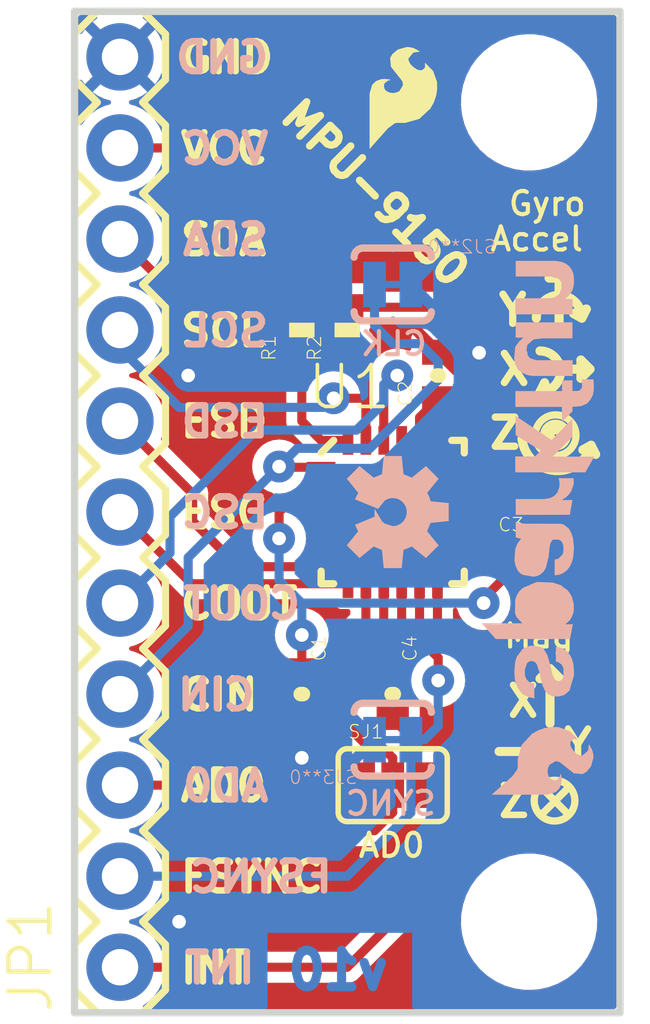
<source format=kicad_pcb>
(kicad_pcb (version 20221018) (generator pcbnew)
  (layers (0 "F.Cu" signal) (31 "B.Cu" signal) (34 "B.Paste" user) (35 "F.Paste" user) (36 "B.SilkS" user "B.Silkscreen") (37 "F.SilkS" user "F.Silkscreen") (38 "B.Mask" user) (39 "F.Mask" user) (44 "Edge.Cuts" user))
  (net 0 "")
  (net 1 "GND")
  (net 2 "VCC")
  (net 3 "SDA")
  (net 4 "SCL")
  (net 5 "INT")
  (net 6 "AD0")
  (net 7 "CLKOUT")
  (net 8 "ESC")
  (net 9 "ESD")
  (net 10 "CLKIN")
  (net 11 "FSYNC")
  (net 12 "N$1")
  (net 13 "N$2")
  (footprint "working:SFE-LOGO-FLAME" (layer "F.Cu") (at 149.1361 94.8436)
    (fp_text reference "JP5" hide)
    (fp_text value "LOGO-SFESK" hide)
  )
  (footprint "working:STAND-OFF" (layer "F.Cu") (at 153.5811 93.5736)
    (fp_text reference "JP2" hide)
    (fp_text value "STAND-OFF" hide)
    (pad "" np_thru_hole circle (at 0 0) (size 3.302 3.302) (drill 3.302) (layers "*.Cu" "*.Mask"))
  )
  (footprint "working:SJ_3_PASTE2&3" (layer "F.Cu") (at 149.7711 112.6236)
    (fp_text reference "SJ1" (at -1.27 -1.27) (layer "F.SilkS") (effects (font (size 0.373888 0.373888) (thickness 0.032512)) (justify left bottom)))
    (fp_text value "")
    (pad "1" smd rect (at -0.8128 0) (size 0.635 1.27) (layers "F.Cu" "F.Mask") (net 2 "VCC"))
    (pad "2" smd rect (at 0 0) (size 0.635 1.27) (layers "F.Cu" "F.Mask") (net 6 "AD0"))
    (pad "3" smd rect (at 0.8128 0) (size 0.635 1.27) (layers "F.Cu" "F.Mask") (net 1 "GND"))
  )
  (footprint "working:0402-CAP" (layer "F.Cu") (at 147.2311 110.0836 -90)
    (fp_text reference "C1" (at -0.889 -0.6985 -90) (layer "F.SilkS") (effects (font (size 0.373888 0.373888) (thickness 0.032512)) (justify left bottom)))
    (fp_text value "0.1uF")
    (pad "1" smd rect (at -0.65 0 270) (size 0.7 0.9) (layers "F.Cu" "F.Paste" "F.Mask") (net 2 "VCC"))
    (pad "2" smd rect (at 0.65 0 270) (size 0.7 0.9) (layers "F.Cu" "F.Paste" "F.Mask") (net 1 "GND"))
  )
  (footprint "working:0402-CAP" (layer "F.Cu") (at 151.0411 101.1936 90)
    (fp_text reference "C2" (at -0.889 -0.6985 90) (layer "F.SilkS") (effects (font (size 0.373888 0.373888) (thickness 0.032512)) (justify left bottom)))
    (fp_text value "2.2nF")
    (pad "1" smd rect (at -0.65 0 90) (size 0.7 0.9) (layers "F.Cu" "F.Paste" "F.Mask") (net 12 "N$1"))
    (pad "2" smd rect (at 0.65 0 90) (size 0.7 0.9) (layers "F.Cu" "F.Paste" "F.Mask") (net 1 "GND"))
  )
  (footprint "working:MICRO-FIDUCIAL" (layer "F.Cu") (at 155.3591 118.2116)
    (fp_text reference "JP8" hide)
    (fp_text value "FIDUCIALUFIDUCIAL" hide)
    (pad "1" smd roundrect (at 0 0) (size 0.635 0.635) (layers "F.Cu" "F.Mask") (roundrect_rratio 0.5))
  )
  (footprint "working:1X11" (layer "F.Cu") (at 142.1511 117.7036 90)
    (fp_text reference "JP1" (at -1.3462 -1.8288 90) (layer "F.SilkS") (effects (font (size 1.143 1.143) (thickness 0.127)) (justify left bottom)))
    (fp_text value "M11PTH")
    (pad "1" thru_hole circle (at 0 0 180) (size 1.8796 1.8796) (drill 1.016) (layers "*.Cu" "*.Mask") (net 5 "INT"))
    (pad "2" thru_hole circle (at 2.54 0 180) (size 1.8796 1.8796) (drill 1.016) (layers "*.Cu" "*.Mask") (net 11 "FSYNC"))
    (pad "3" thru_hole circle (at 5.08 0 180) (size 1.8796 1.8796) (drill 1.016) (layers "*.Cu" "*.Mask") (net 6 "AD0"))
    (pad "4" thru_hole circle (at 7.62 0 180) (size 1.8796 1.8796) (drill 1.016) (layers "*.Cu" "*.Mask") (net 10 "CLKIN"))
    (pad "5" thru_hole circle (at 10.16 0 180) (size 1.8796 1.8796) (drill 1.016) (layers "*.Cu" "*.Mask") (net 7 "CLKOUT"))
    (pad "6" thru_hole circle (at 12.7 0 180) (size 1.8796 1.8796) (drill 1.016) (layers "*.Cu" "*.Mask") (net 8 "ESC"))
    (pad "7" thru_hole circle (at 15.24 0 180) (size 1.8796 1.8796) (drill 1.016) (layers "*.Cu" "*.Mask") (net 9 "ESD"))
    (pad "8" thru_hole circle (at 17.78 0 180) (size 1.8796 1.8796) (drill 1.016) (layers "*.Cu" "*.Mask") (net 4 "SCL"))
    (pad "9" thru_hole circle (at 20.32 0 180) (size 1.8796 1.8796) (drill 1.016) (layers "*.Cu" "*.Mask") (net 3 "SDA"))
    (pad "10" thru_hole circle (at 22.86 0 180) (size 1.8796 1.8796) (drill 1.016) (layers "*.Cu" "*.Mask") (net 2 "VCC"))
    (pad "11" thru_hole circle (at 25.4 0 180) (size 1.8796 1.8796) (drill 1.016) (layers "*.Cu" "*.Mask") (net 1 "GND"))
  )
  (footprint "working:0402-RES" (layer "F.Cu") (at 147.2311 99.9236 90)
    (fp_text reference "R1" (at -0.889 -0.6985 90) (layer "F.SilkS") (effects (font (size 0.373888 0.373888) (thickness 0.032512)) (justify left bottom)))
    (fp_text value "10k")
    (pad "1" smd rect (at -0.65 0 90) (size 0.7 0.9) (layers "F.Cu" "F.Paste" "F.Mask") (net 3 "SDA"))
    (pad "2" smd rect (at 0.65 0 90) (size 0.7 0.9) (layers "F.Cu" "F.Paste" "F.Mask") (net 2 "VCC"))
  )
  (footprint "working:MICRO-FIDUCIAL" (layer "F.Cu") (at 144.1831 93.5736)
    (fp_text reference "JP7" hide)
    (fp_text value "FIDUCIALUFIDUCIAL" hide)
    (pad "1" smd roundrect (at 0 0) (size 0.635 0.635) (layers "F.Cu" "F.Mask") (roundrect_rratio 0.5))
  )
  (footprint "working:0402-CAP" (layer "F.Cu") (at 153.5811 106.2736)
    (fp_text reference "C3" (at -0.889 -0.6985) (layer "F.SilkS") (effects (font (size 0.373888 0.373888) (thickness 0.032512)) (justify left bottom)))
    (fp_text value "10nF")
    (pad "1" smd rect (at -0.65 0) (size 0.7 0.9) (layers "F.Cu" "F.Paste" "F.Mask") (net 2 "VCC"))
    (pad "2" smd rect (at 0.65 0) (size 0.7 0.9) (layers "F.Cu" "F.Paste" "F.Mask") (net 1 "GND"))
  )
  (footprint "working:STAND-OFF" (layer "F.Cu") (at 153.5811 116.4336)
    (fp_text reference "JP3" hide)
    (fp_text value "STAND-OFF" hide)
    (pad "" np_thru_hole circle (at 0 0) (size 3.302 3.302) (drill 3.302) (layers "*.Cu" "*.Mask"))
  )
  (footprint "working:0402-RES" (layer "F.Cu") (at 148.5011 99.9236 90)
    (fp_text reference "R2" (at -0.889 -0.6985 90) (layer "F.SilkS") (effects (font (size 0.373888 0.373888) (thickness 0.032512)) (justify left bottom)))
    (fp_text value "10k")
    (pad "1" smd rect (at -0.65 0 90) (size 0.7 0.9) (layers "F.Cu" "F.Paste" "F.Mask") (net 4 "SCL"))
    (pad "2" smd rect (at 0.65 0 90) (size 0.7 0.9) (layers "F.Cu" "F.Paste" "F.Mask") (net 2 "VCC"))
  )
  (footprint "working:QFN-24-NP" (layer "F.Cu") (at 149.7711 105.0036)
    (fp_text reference "U1" (at -2.45 -2.8) (layer "F.SilkS") (effects (font (size 1.1684 1.1684) (thickness 0.1016)) (justify left bottom)))
    (fp_text value "MPU-9150")
    (pad "1" smd rect (at -2 -1.25 180) (size 0.8 0.3) (layers "F.Cu" "F.Paste" "F.Mask") (net 10 "CLKIN"))
    (pad "2" smd rect (at -2 -0.75 180) (size 0.8 0.3) (layers "F.Cu" "F.Paste" "F.Mask"))
    (pad "3" smd rect (at -2 -0.25 180) (size 0.8 0.3) (layers "F.Cu" "F.Paste" "F.Mask") (net 2 "VCC"))
    (pad "4" smd rect (at -2 0.25 180) (size 0.8 0.3) (layers "F.Cu" "F.Paste" "F.Mask"))
    (pad "5" smd rect (at -2 0.75 180) (size 0.8 0.3) (layers "F.Cu" "F.Paste" "F.Mask"))
    (pad "6" smd rect (at -2 1.25 180) (size 0.8 0.3) (layers "F.Cu" "F.Paste" "F.Mask") (net 9 "ESD"))
    (pad "7" smd rect (at -1.25 2 90) (size 0.8 0.3) (layers "F.Cu" "F.Paste" "F.Mask") (net 8 "ESC"))
    (pad "8" smd rect (at -0.75 2 90) (size 0.8 0.3) (layers "F.Cu" "F.Paste" "F.Mask") (net 2 "VCC"))
    (pad "9" smd rect (at -0.25 2 90) (size 0.8 0.3) (layers "F.Cu" "F.Paste" "F.Mask") (net 6 "AD0"))
    (pad "10" smd rect (at 0.25 2 90) (size 0.8 0.3) (layers "F.Cu" "F.Paste" "F.Mask") (net 13 "N$2"))
    (pad "11" smd rect (at 0.75 2 90) (size 0.8 0.3) (layers "F.Cu" "F.Paste" "F.Mask") (net 11 "FSYNC"))
    (pad "12" smd rect (at 1.25 2 90) (size 0.8 0.3) (layers "F.Cu" "F.Paste" "F.Mask") (net 5 "INT"))
    (pad "13" smd rect (at 2 1.25) (size 0.8 0.3) (layers "F.Cu" "F.Paste" "F.Mask") (net 2 "VCC"))
    (pad "14" smd rect (at 2 0.75) (size 0.8 0.3) (layers "F.Cu" "F.Paste" "F.Mask"))
    (pad "15" smd rect (at 2 0.25) (size 0.8 0.3) (layers "F.Cu" "F.Paste" "F.Mask") (net 1 "GND"))
    (pad "16" smd rect (at 2 -0.25) (size 0.8 0.3) (layers "F.Cu" "F.Paste" "F.Mask"))
    (pad "17" smd rect (at 2 -0.75) (size 0.8 0.3) (layers "F.Cu" "F.Paste" "F.Mask") (net 1 "GND"))
    (pad "18" smd rect (at 2 -1.25) (size 0.8 0.3) (layers "F.Cu" "F.Paste" "F.Mask") (net 1 "GND"))
    (pad "19" smd rect (at 1.25 -2 270) (size 0.8 0.3) (layers "F.Cu" "F.Paste" "F.Mask"))
    (pad "20" smd rect (at 0.75 -2 270) (size 0.8 0.3) (layers "F.Cu" "F.Paste" "F.Mask") (net 12 "N$1"))
    (pad "21" smd rect (at 0.25 -2 270) (size 0.8 0.3) (layers "F.Cu" "F.Paste" "F.Mask"))
    (pad "22" smd rect (at -0.25 -2 270) (size 0.8 0.3) (layers "F.Cu" "F.Paste" "F.Mask") (net 7 "CLKOUT"))
    (pad "23" smd rect (at -0.75 -2 270) (size 0.8 0.3) (layers "F.Cu" "F.Paste" "F.Mask") (net 4 "SCL"))
    (pad "24" smd rect (at -1.25 -2 270) (size 0.8 0.3) (layers "F.Cu" "F.Paste" "F.Mask") (net 3 "SDA"))
  )
  (footprint "working:0402-CAP" (layer "F.Cu") (at 149.7711 110.0836 -90)
    (fp_text reference "C4" (at -0.889 -0.6985 -90) (layer "F.SilkS") (effects (font (size 0.373888 0.373888) (thickness 0.032512)) (justify left bottom)))
    (fp_text value "0.1uF")
    (pad "1" smd rect (at -0.65 0 270) (size 0.7 0.9) (layers "F.Cu" "F.Paste" "F.Mask") (net 13 "N$2"))
    (pad "2" smd rect (at 0.65 0 270) (size 0.7 0.9) (layers "F.Cu" "F.Paste" "F.Mask") (net 1 "GND"))
  )
  (footprint "working:SJ_2S-TRACE" (layer "B.Cu") (at 149.7711 111.3536)
    (fp_text reference "SJ3**0" (at -0.9525 1.27 180) (layer "B.SilkS") (effects (font (size 0.373888 0.373888) (thickness 0.032512)) (justify left bottom mirror)))
    (fp_text value "SOLDERJUMPERTRACE")
    (fp_line (start -0.381 0) (end 0.381 0) (stroke (width 0.2032)) (layer "B.Cu"))
    (pad "1" smd rect (at -0.508 0) (size 0.635 1.27) (layers "B.Cu" "B.Mask") (net 1 "GND"))
    (pad "2" smd rect (at 0.508 0) (size 0.635 1.27) (layers "B.Cu" "B.Mask") (net 11 "FSYNC"))
  )
  (footprint "working:SFE-NEW-WEB" (layer "B.Cu") (at 152.265378 110.190279 90)
    (fp_text reference "JP4" hide)
    (fp_text value "LOGO-SFENW2" hide)
  )
  (footprint "working:SJ_2S-TRACE" (layer "B.Cu") (at 149.7711 98.6536 180)
    (fp_text reference "SJ2**0" (at -0.9525 1.27) (layer "B.SilkS") (effects (font (size 0.373888 0.373888) (thickness 0.032512)) (justify right top mirror)))
    (fp_text value "SOLDERJUMPERTRACE")
    (fp_line (start -0.381 0) (end 0.381 0) (stroke (width 0.2032)) (layer "B.Cu"))
    (pad "1" smd rect (at -0.508 0 180) (size 0.635 1.27) (layers "B.Cu" "B.Mask") (net 1 "GND"))
    (pad "2" smd rect (at 0.508 0 180) (size 0.635 1.27) (layers "B.Cu" "B.Mask") (net 10 "CLKIN"))
  )
  (footprint "working:SFE-LOGO-FLAME" (layer "B.Cu") (at 152.5651 112.8776 90)
    (fp_text reference "JP6" hide)
    (fp_text value "LOGO-SFESK" hide)
  )
  (footprint "working:OSHW-LOGO-S" (layer "B.Cu") (at 149.7711 105.0036 90)
    (fp_text reference "U$1" hide)
    (fp_text value "OSHW-LOGOS" hide)
  )
  (gr_arc (start 153.8859 100.5078) (mid 154.4574 101.0793) (end 153.8859 101.6508) (stroke (width 0.254)) (layer "F.SilkS"))
  (gr_line (start 154.1399 111.6838) (end 153.8859 111.9378) (stroke (width 0.254)) (layer "F.SilkS"))
  (gr_line (start 155.0289 101.2698) (end 155.0289 100.7618) (stroke (width 0.254)) (layer "F.SilkS"))
  (gr_line (start 153.8859 112.6744) (end 153.9113 112.6744) (stroke (width 0.2032)) (layer "F.SilkS"))
  (gr_line (start 154.1399 98.4758) (end 154.6987 98.4758) (stroke (width 0.254)) (layer "F.SilkS"))
  (gr_line (start 154.1399 111.6838) (end 152.7429 111.6838) (stroke (width 0.254)) (layer "F.SilkS"))
  (gr_line (start 154.1399 111.6838) (end 153.8859 111.4298) (stroke (width 0.254)) (layer "F.SilkS"))
  (gr_line (start 154.6987 112.6744) (end 153.9113 113.4618) (stroke (width 0.2032)) (layer "F.SilkS"))
  (gr_line (start 155.084781 103.266241) (end 155.440381 103.393241) (stroke (width 0.254)) (layer "F.SilkS"))
  (gr_line (start 155.0543 99.5934) (end 154.8257 99.4664) (stroke (width 0.254)) (layer "F.SilkS"))
  (gr_line (start 154.1653 109.3724) (end 153.9113 109.6264) (stroke (width 0.254)) (layer "F.SilkS"))
  (gr_line (start 153.8859 101.6508) (end 154.1399 101.7778) (stroke (width 0.254)) (layer "F.SilkS"))
  (gr_line (start 155.313381 103.139241) (end 155.440381 103.393241) (stroke (width 0.254)) (layer "F.SilkS"))
  (gr_line (start 153.9113 112.6744) (end 154.6733 113.4364) (stroke (width 0.2032)) (layer "F.SilkS"))
  (gr_line (start 153.8859 101.6508) (end 154.0129 101.3968) (stroke (width 0.254)) (layer "F.SilkS"))
  (gr_line (start 155.2829 101.0158) (end 153.6319 101.0158) (stroke (width 0.254)) (layer "F.SilkS"))
  (gr_line (start 154.1399 101.7778) (end 154.0129 101.3968) (stroke (width 0.254)) (layer "F.SilkS"))
  (gr_line (start 154.1653 109.3724) (end 154.1653 110.8964) (stroke (width 0.254)) (layer "F.SilkS"))
  (gr_circle (center 154.2923 113.0554) (end 154.8602 113.0554) (stroke (width 0.2032)) (fill none) (layer "F.SilkS"))
  (gr_line (start 155.2829 101.0158) (end 155.0289 101.2698) (stroke (width 0.254)) (layer "F.SilkS"))
  (gr_line (start 153.8859 111.9378) (end 153.8859 111.4298) (stroke (width 0.254)) (layer "F.SilkS"))
  (gr_line (start 154.4193 98.1964) (end 154.6733 98.4504) (stroke (width 0.254)) (layer "F.SilkS"))
  (gr_line (start 155.2829 101.0158) (end 155.0289 100.7618) (stroke (width 0.254)) (layer "F.SilkS"))
  (gr_line (start 154.4193 98.1964) (end 154.4193 99.9744) (stroke (width 0.254)) (layer "F.SilkS"))
  (gr_line (start 154.8257 99.4664) (end 155.1813 99.3394) (stroke (width 0.254)) (layer "F.SilkS"))
  (gr_line (start 154.1653 109.3724) (end 154.4193 109.6264) (stroke (width 0.254)) (layer "F.SilkS"))
  (gr_arc (start 153.7843 99.5934) (mid 154.4193 98.9584) (end 155.0543 99.5934) (stroke (width 0.254)) (layer "F.SilkS"))
  (gr_arc (start 155.313381 103.190041) (mid 154.257773 103.839193) (end 153.382981 102.961442) (stroke (width 0.254)) (layer "F.SilkS"))
  (gr_line (start 155.0543 99.5934) (end 155.1813 99.3394) (stroke (width 0.254)) (layer "F.SilkS"))
  (gr_line (start 154.4193 98.1964) (end 154.1653 98.4504) (stroke (width 0.254)) (layer "F.SilkS"))
  (gr_circle (center 154.322781 102.859841) (end 154.890681 102.859841) (stroke (width 0.2032)) (fill none) (layer "F.SilkS"))
  (gr_line (start 153.8859 109.6518) (end 154.4447 109.6518) (stroke (width 0.254)) (layer "F.SilkS"))
  (gr_line (start 155.313381 103.139241) (end 155.084781 103.266241) (stroke (width 0.254)) (layer "F.SilkS"))
  (gr_circle (center 154.32024 102.8573) (end 154.34564 102.8573) (stroke (width 0.4064)) (fill none) (layer "F.SilkS"))
  (gr_line (start 156.1211 118.9736) (end 156.1211 91.0336) (stroke (width 0.2032)) (layer "Edge.Cuts"))
  (gr_line (start 156.1211 91.0336) (end 140.8811 91.0336) (stroke (width 0.2032)) (layer "Edge.Cuts"))
  (gr_line (start 140.8811 118.9736) (end 156.1211 118.9736) (stroke (width 0.2032)) (layer "Edge.Cuts"))
  (gr_line (start 140.8811 91.0336) (end 140.8811 118.9736) (stroke (width 0.2032)) (layer "Edge.Cuts"))
  (gr_text "v10" (at 146.7231 117.1956) (layer "B.Cu") (effects (font (size 1.016 1.016) (thickness 0.254)) (justify right top mirror)))
  (gr_text "SYNC" (at 151.0411 113.5126) (layer "B.SilkS") (effects (font (size 0.6477 0.6477) (thickness 0.1143)) (justify left bottom mirror)))
  (gr_text "SDA" (at 146.3929 97.8916) (layer "B.SilkS") (effects (font (size 0.83312 0.83312) (thickness 0.18288)) (justify left bottom mirror)))
  (gr_text "GND" (at 146.3929 92.8116) (layer "B.SilkS") (effects (font (size 0.83312 0.83312) (thickness 0.18288)) (justify left bottom mirror)))
  (gr_text "CIN" (at 146.0119 110.5916) (layer "B.SilkS") (effects (font (size 0.83312 0.83312) (thickness 0.18288)) (justify left bottom mirror)))
  (gr_text "ESD" (at 146.3929 102.9716) (layer "B.SilkS") (effects (font (size 0.83312 0.83312) (thickness 0.18288)) (justify left bottom mirror)))
  (gr_text "COUT" (at 147.2819 108.0516) (layer "B.SilkS") (effects (font (size 0.83312 0.83312) (thickness 0.18288)) (justify left bottom mirror)))
  (gr_text "CLK" (at 150.7871 100.6856) (layer "B.SilkS") (effects (font (size 0.6477 0.6477) (thickness 0.1143)) (justify left bottom mirror)))
  (gr_text "INT" (at 146.0119 118.2116) (layer "B.SilkS") (effects (font (size 0.83312 0.83312) (thickness 0.18288)) (justify left bottom mirror)))
  (gr_text "AD0" (at 146.3929 113.1316) (layer "B.SilkS") (effects (font (size 0.83312 0.83312) (thickness 0.18288)) (justify left bottom mirror)))
  (gr_text "FSYNC" (at 148.1709 115.6716) (layer "B.SilkS") (effects (font (size 0.83312 0.83312) (thickness 0.18288)) (justify left bottom mirror)))
  (gr_text "ESC" (at 146.3929 105.5116) (layer "B.SilkS") (effects (font (size 0.83312 0.83312) (thickness 0.18288)) (justify left bottom mirror)))
  (gr_text "VCC" (at 146.3929 95.3516) (layer "B.SilkS") (effects (font (size 0.83312 0.83312) (thickness 0.18288)) (justify left bottom mirror)))
  (gr_text "SCL" (at 146.3929 100.4316) (layer "B.SilkS") (effects (font (size 0.83312 0.83312) (thickness 0.18288)) (justify left bottom mirror)))
  (gr_text "Gyro" (at 152.94864 96.776538) (layer "F.SilkS") (effects (font (size 0.6477 0.6477) (thickness 0.1143)) (justify left bottom)))
  (gr_text "Y" (at 154.4701 111.9886) (layer "F.SilkS") (effects (font (size 0.83312 0.83312) (thickness 0.18288)) (justify left bottom)))
  (gr_text "MPU-9150" (at 152.07889 98.229022 315) (layer "F.SilkS") (effects (font (size 0.8128 0.8128) (thickness 0.2032)) (justify right top)))
  (gr_text "Accel" (at 152.4381 97.7646) (layer "F.SilkS") (effects (font (size 0.6477 0.6477) (thickness 0.1143)) (justify left bottom)))
  (gr_text "CIN" (at 143.7513 110.5916) (layer "F.SilkS") (effects (font (size 0.83312 0.83312) (thickness 0.18288)) (justify left bottom)))
  (gr_text "INT" (at 143.7513 118.2116) (layer "F.SilkS") (effects (font (size 0.83312 0.83312) (thickness 0.18288)) (justify left bottom)))
  (gr_text "ESD" (at 143.7513 102.9716) (layer "F.SilkS") (effects (font (size 0.83312 0.83312) (thickness 0.18288)) (justify left bottom)))
  (gr_text "AD0" (at 143.7513 113.1316) (layer "F.SilkS") (effects (font (size 0.83312 0.83312) (thickness 0.18288)) (justify left bottom)))
  (gr_text "VCC" (at 143.7513 95.3516) (layer "F.SilkS") (effects (font (size 0.83312 0.83312) (thickness 0.18288)) (justify left bottom)))
  (gr_text "FSYNC" (at 143.7513 115.6716) (layer "F.SilkS") (effects (font (size 0.83312 0.83312) (thickness 0.18288)) (justify left bottom)))
  (gr_text "ESC" (at 143.7513 105.5116) (layer "F.SilkS") (effects (font (size 0.83312 0.83312) (thickness 0.18288)) (justify left bottom)))
  (gr_text "Z" (at 152.3873 103.2764) (layer "F.SilkS") (effects (font (size 0.8128 0.8128) (thickness 0.2032)) (justify left bottom)))
  (gr_text "COUT" (at 143.7513 108.0516) (layer "F.SilkS") (effects (font (size 0.83312 0.83312) (thickness 0.18288)) (justify left bottom)))
  (gr_text "GND" (at 143.7513 92.8116) (layer "F.SilkS") (effects (font (size 0.83312 0.83312) (thickness 0.18288)) (justify left bottom)))
  (gr_text "Mag" (at 152.82164 108.841538) (layer "F.SilkS") (effects (font (size 0.6477 0.6477) (thickness 0.1143)) (justify left bottom)))
  (gr_text "AD0" (at 148.75764 114.683538) (layer "F.SilkS") (effects (font (size 0.6477 0.6477) (thickness 0.1143)) (justify left bottom)))
  (gr_text "Z" (at 152.6413 113.5634) (layer "F.SilkS") (effects (font (size 0.83312 0.83312) (thickness 0.18288)) (justify left bottom)))
  (gr_text "SDA" (at 143.7513 97.8916) (layer "F.SilkS") (effects (font (size 0.83312 0.83312) (thickness 0.18288)) (justify left bottom)))
  (gr_text "SCL" (at 143.7513 100.4316) (layer "F.SilkS") (effects (font (size 0.83312 0.83312) (thickness 0.18288)) (justify left bottom)))
  (gr_text "X" (at 152.8953 110.7694) (layer "F.SilkS") (effects (font (size 0.83312 0.83312) (thickness 0.18288)) (justify left bottom)))
  (gr_text "X" (at 152.6413 101.4984) (layer "F.SilkS") (effects (font (size 0.8128 0.8128) (thickness 0.2032)) (justify left bottom)))
  (gr_text "Y" (at 152.6413 99.8474) (layer "F.SilkS") (effects (font (size 0.8128 0.8128) (thickness 0.2032)) (justify left bottom)))
  (segment (start 151.7711 104.2536) (end 152.5531 104.2536) (width 0.254) (layer "F.Cu") (net 1))
  (segment (start 152.8191 105.0036) (end 152.5651 105.2576) (width 0.254) (layer "F.Cu") (net 1))
  (segment (start 152.8191 104.3686) (end 152.8191 105.0036) (width 0.254) (layer "F.Cu") (net 1))
  (segment (start 152.5531 104.2536) (end 152.5651 104.2416) (width 0.254) (layer "F.Cu") (net 1))
  (segment (start 151.7711 105.2536) (end 152.5611 105.2536) (width 0.254) (layer "F.Cu") (net 1))
  (segment (start 151.7711 104.2536) (end 152.7041 104.2536) (width 0.254) (layer "F.Cu") (net 1))
  (segment (start 152.7041 104.2536) (end 152.8191 104.3686) (width 0.254) (layer "F.Cu") (net 1))
  (segment (start 152.5611 105.2536) (end 152.5651 105.2576) (width 0.254) (layer "F.Cu") (net 1))
  (via (at 152.1841 100.5586) (size 0.889) (drill 0.381) (layers "F.Cu" "B.Cu") (net 1))
  (via (at 143.8021 116.4336) (size 0.889) (drill 0.381) (layers "F.Cu" "B.Cu") (net 1))
  (via (at 144.0561 101.1936) (size 0.889) (drill 0.381) (layers "F.Cu" "B.Cu") (net 1))
  (via (at 147.2311 111.8616) (size 0.889) (drill 0.381) (layers "F.Cu" "B.Cu") (net 1))
  (segment (start 146.5961 105.0036) (end 146.5961 105.7402) (width 0.254) (layer "F.Cu") (net 2))
  (segment (start 147.2311 109.4336) (end 147.2311 108.4326) (width 0.254) (layer "F.Cu") (net 2))
  (segment (start 152.9311 106.2736) (end 152.9311 105.6536) (width 0.254) (layer "F.Cu") (net 2))
  (segment (start 153.2001 105.3846) (end 153.9621 104.6226) (width 0.254) (layer "F.Cu") (net 2))
  (segment (start 152.9311 106.7966) (end 152.8341 106.8936) (width 0.254) (layer "F.Cu") (net 2))
  (segment (start 152.9311 106.2736) (end 152.9311 106.7966) (width 0.254) (layer "F.Cu") (net 2))
  (segment (start 152.9111 106.2536) (end 152.9311 106.2736) (width 0.254) (layer "F.Cu") (net 2))
  (segment (start 148.1201 108.9406) (end 148.1201 109.4486) (width 0.254) (layer "F.Cu") (net 2))
  (segment (start 149.0211 107.0036) (end 149.0211 108.0396) (width 0.254) (layer "F.Cu") (net 2))
  (segment (start 146.8461 104.7536) (end 146.5961 105.0036) (width 0.254) (layer "F.Cu") (net 2))
  (segment (start 147.2311 109.4336) (end 148.1051 109.4336) (width 0.254) (layer "F.Cu") (net 2))
  (segment (start 148.5011 99.2736) (end 147.2311 99.2736) (width 0.254) (layer "F.Cu") (net 2))
  (segment (start 147.2311 97.3836) (end 147.2311 99.2736) (width 0.254) (layer "F.Cu") (net 2))
  (segment (start 148.3741 112.6236) (end 148.9583 112.6236) (width 0.254) (layer "F.Cu") (net 2))
  (segment (start 147.7711 104.7536) (end 146.8461 104.7536) (width 0.254) (layer "F.Cu") (net 2))
  (segment (start 153.9621 104.6226) (end 153.9621 100.9396) (width 0.254) (layer "F.Cu") (net 2))
  (segment (start 153.9621 100.9396) (end 152.3111 99.2886) (width 0.254) (layer "F.Cu") (net 2))
  (segment (start 152.8341 106.8936) (end 152.8191 106.9086) (width 0.254) (layer "F.Cu") (net 2))
  (segment (start 152.9311 105.6536) (end 153.2001 105.3846) (width 0.254) (layer "F.Cu") (net 2))
  (segment (start 148.1051 109.4336) (end 148.1201 109.4486) (width 0.254) (layer "F.Cu") (net 2))
  (segment (start 152.3111 99.2886) (end 148.5161 99.2886) (width 0.254) (layer "F.Cu") (net 2))
  (segment (start 148.1201 109.4486) (end 148.1201 112.3696) (width 0.254) (layer "F.Cu") (net 2))
  (segment (start 148.5161 99.2886) (end 148.5011 99.2736) (width 0.254) (layer "F.Cu") (net 2))
  (segment (start 142.1511 94.8436) (end 144.6911 94.8436) (width 0.254) (layer "F.Cu") (net 2))
  (segment (start 152.3111 107.5436) (end 152.3111 107.4166) (width 0.254) (layer "F.Cu") (net 2))
  (segment (start 151.7711 106.2536) (end 152.9111 106.2536) (width 0.254) (layer "F.Cu") (net 2))
  (segment (start 149.0211 108.0396) (end 148.1201 108.9406) (width 0.254) (layer "F.Cu") (net 2))
  (segment (start 148.1201 112.3696) (end 148.3741 112.6236) (width 0.254) (layer "F.Cu") (net 2))
  (segment (start 152.3111 107.4166) (end 152.8191 106.9086) (width 0.254) (layer "F.Cu") (net 2))
  (segment (start 144.6911 94.8436) (end 147.2311 97.3836) (width 0.254) (layer "F.Cu") (net 2))
  (via (at 146.5961 105.7402) (size 0.889) (drill 0.381) (layers "F.Cu" "B.Cu") (net 2))
  (via (at 152.3111 107.5436) (size 0.889) (drill 0.381) (layers "F.Cu" "B.Cu") (net 2))
  (via (at 147.2311 108.4326) (size 0.889) (drill 0.381) (layers "F.Cu" "B.Cu") (net 2))
  (segment (start 146.5961 105.7402) (end 146.5961 106.9086) (width 0.254) (layer "B.Cu") (net 2))
  (segment (start 147.2311 107.5436) (end 152.3111 107.5436) (width 0.254) (layer "B.Cu") (net 2))
  (segment (start 146.5961 106.9086) (end 146.6111 106.9236) (width 0.254) (layer "B.Cu") (net 2))
  (segment (start 147.2311 107.5436) (end 147.2311 108.4326) (width 0.254) (layer "B.Cu") (net 2))
  (segment (start 146.6111 106.9236) (end 147.2311 107.5436) (width 0.254) (layer "B.Cu") (net 2))
  (segment (start 147.2311 100.5736) (end 145.3411 100.5736) (width 0.254) (layer "F.Cu") (net 3))
  (segment (start 148.5211 103.0036) (end 147.7711 103.0036) (width 0.254) (layer "F.Cu") (net 3))
  (segment (start 147.2311 102.4636) (end 147.2311 100.5736) (width 0.254) (layer "F.Cu") (net 3))
  (segment (start 145.3411 100.5736) (end 142.1511 97.3836) (width 0.254) (layer "F.Cu") (net 3))
  (segment (start 147.7711 103.0036) (end 147.2311 102.4636) (width 0.254) (layer "F.Cu") (net 3))
  (segment (start 149.0211 102.3636) (end 149.0211 101.8286) (width 0.254) (layer "F.Cu") (net 4))
  (segment (start 149.0211 101.0936) (end 148.5011 100.5736) (width 0.254) (layer "F.Cu") (net 4))
  (segment (start 149.0211 103.0036) (end 149.0211 102.3636) (width 0.254) (layer "F.Cu") (net 4))
  (segment (start 149.0211 101.8286) (end 149.0211 101.0936) (width 0.254) (layer "F.Cu") (net 4))
  (segment (start 148.1201 101.8286) (end 149.0211 101.8286) (width 0.254) (layer "F.Cu") (net 4))
  (via (at 148.1201 101.8286) (size 0.889) (drill 0.381) (layers "F.Cu" "B.Cu") (net 4))
  (segment (start 143.8021 102.0826) (end 147.8661 102.0826) (width 0.254) (layer "B.Cu") (net 4))
  (segment (start 142.1511 99.9236) (end 142.1511 100.4316) (width 0.254) (layer "B.Cu") (net 4))
  (segment (start 142.1511 100.4316) (end 143.8021 102.0826) (width 0.254) (layer "B.Cu") (net 4))
  (segment (start 147.8661 102.0826) (end 148.1201 101.8286) (width 0.254) (layer "B.Cu") (net 4))
  (segment (start 151.0211 108.1586) (end 151.8031 108.9406) (width 0.254) (layer "F.Cu") (net 5))
  (segment (start 151.0211 107.0036) (end 151.0211 108.1586) (width 0.254) (layer "F.Cu") (net 5))
  (segment (start 151.8031 108.9406) (end 152.0571 109.1946) (width 0.254) (layer "F.Cu") (net 5))
  (segment (start 152.0571 114.1476) (end 148.5011 117.7036) (width 0.254) (layer "F.Cu") (net 5))
  (segment (start 148.5011 117.7036) (end 142.1511 117.7036) (width 0.254) (layer "F.Cu") (net 5))
  (segment (start 152.0571 109.1946) (end 152.0571 114.1476) (width 0.254) (layer "F.Cu") (net 5))
  (segment (start 149.1361 111.6076) (end 149.5171 111.6076) (width 0.254) (layer "F.Cu") (net 6))
  (segment (start 149.7711 111.8616) (end 149.6441 111.7346) (width 0.254) (layer "F.Cu") (net 6))
  (segment (start 149.5211 107.0036) (end 149.5211 108.3016) (width 0.254) (layer "F.Cu") (net 6))
  (segment (start 149.2631 113.8936) (end 147.2311 113.8936) (width 0.254) (layer "F.Cu") (net 6))
  (segment (start 149.7711 112.6236) (end 149.7711 113.3856) (width 0.254) (layer "F.Cu") (net 6))
  (segment (start 145.9611 112.6236) (end 147.2311 113.8936) (width 0.254) (layer "F.Cu") (net 6))
  (segment (start 149.5211 108.3016) (end 148.6281 109.1946) (width 0.254) (layer "F.Cu") (net 6))
  (segment (start 142.1511 112.6236) (end 145.9611 112.6236) (width 0.254) (layer "F.Cu") (net 6))
  (segment (start 149.7711 113.3856) (end 149.2631 113.8936) (width 0.254) (layer "F.Cu") (net 6))
  (segment (start 148.6281 111.0996) (end 149.1361 111.6076) (width 0.254) (layer "F.Cu") (net 6))
  (segment (start 148.6281 109.1946) (end 148.6281 111.0996) (width 0.254) (layer "F.Cu") (net 6))
  (segment (start 149.7711 112.6236) (end 149.7711 111.8616) (width 0.254) (layer "F.Cu") (net 6))
  (segment (start 149.5171 111.6076) (end 149.6441 111.7346) (width 0.254) (layer "F.Cu") (net 6))
  (segment (start 149.5211 101.4436) (end 149.8981 101.1936) (width 0.254) (layer "F.Cu") (net 7))
  (segment (start 149.5211 103.0036) (end 149.5211 101.4436) (width 0.254) (layer "F.Cu") (net 7))
  (via (at 149.8981 101.1936) (size 0.889) (drill 0.381) (layers "F.Cu" "B.Cu") (net 7))
  (segment (start 145.9611 102.7176) (end 148.7591 102.7176) (width 0.254) (layer "B.Cu") (net 7))
  (segment (start 148.7591 102.7176) (end 149.5211 101.9556) (width 0.254) (layer "B.Cu") (net 7))
  (segment (start 149.5211 101.9556) (end 149.5211 101.4436) (width 0.254) (layer "B.Cu") (net 7))
  (segment (start 143.5481 106.1466) (end 142.1511 107.5436) (width 0.254) (layer "B.Cu") (net 7))
  (segment (start 149.5211 101.4436) (end 149.8981 101.1936) (width 0.254) (layer "B.Cu") (net 7))
  (segment (start 143.5481 105.1306) (end 143.5481 106.1466) (width 0.254) (layer "B.Cu") (net 7))
  (segment (start 144.6911 103.9876) (end 145.9611 102.7176) (width 0.254) (layer "B.Cu") (net 7))
  (segment (start 144.6911 103.9876) (end 143.5481 105.1306) (width 0.254) (layer "B.Cu") (net 7))
  (segment (start 144.1511 107.0036) (end 142.1511 105.0036) (width 0.254) (layer "F.Cu") (net 8))
  (segment (start 148.5211 107.0036) (end 144.1511 107.0036) (width 0.254) (layer "F.Cu") (net 8))
  (segment (start 147.7711 106.2536) (end 147.3781 106.2536) (width 0.254) (layer "F.Cu") (net 9))
  (segment (start 145.4531 106.5276) (end 144.1831 105.2576) (width 0.254) (layer "F.Cu") (net 9))
  (segment (start 144.1831 105.2576) (end 144.1831 104.4956) (width 0.254) (layer "F.Cu") (net 9))
  (segment (start 147.3781 106.2536) (end 147.1041 106.5276) (width 0.254) (layer "F.Cu") (net 9))
  (segment (start 144.1831 104.4956) (end 142.1511 102.4636) (width 0.254) (layer "F.Cu") (net 9))
  (segment (start 147.1041 106.5276) (end 145.4531 106.5276) (width 0.254) (layer "F.Cu") (net 9))
  (segment (start 146.6161 103.7536) (end 146.5961 103.7336) (width 0.254) (layer "F.Cu") (net 10))
  (segment (start 147.7711 103.7536) (end 146.6161 103.7536) (width 0.254) (layer "F.Cu") (net 10))
  (via (at 146.5961 103.7336) (size 0.889) (drill 0.381) (layers "F.Cu" "B.Cu") (net 10))
  (segment (start 144.0561 108.1786) (end 144.0561 106.2736) (width 0.254) (layer "B.Cu") (net 10))
  (segment (start 149.2631 99.7966) (end 149.7711 100.3046) (width 0.254) (layer "B.Cu") (net 10))
  (segment (start 147.1041 103.2256) (end 146.5961 103.7336) (width 0.254) (layer "B.Cu") (net 10))
  (segment (start 150.6601 101.7016) (end 149.1361 103.2256) (width 0.254) (layer "B.Cu") (net 10))
  (segment (start 144.0561 106.2736) (end 146.5961 103.7336) (width 0.254) (layer "B.Cu") (net 10))
  (segment (start 150.5331 100.3046) (end 151.0411 100.8126) (width 0.254) (layer "B.Cu") (net 10))
  (segment (start 151.0411 100.8126) (end 151.0411 101.3206) (width 0.254) (layer "B.Cu") (net 10))
  (segment (start 143.9291 108.3056) (end 144.0561 108.1786) (width 0.254) (layer "B.Cu") (net 10))
  (segment (start 150.2791 100.3046) (end 150.5331 100.3046) (width 0.254) (layer "B.Cu") (net 10))
  (segment (start 149.1361 103.2256) (end 147.1041 103.2256) (width 0.254) (layer "B.Cu") (net 10))
  (segment (start 151.0411 101.3206) (end 150.6601 101.7016) (width 0.254) (layer "B.Cu") (net 10))
  (segment (start 149.2631 98.6536) (end 149.2631 99.7966) (width 0.254) (layer "B.Cu") (net 10))
  (segment (start 149.7711 100.3046) (end 150.2791 100.3046) (width 0.254) (layer "B.Cu") (net 10))
  (segment (start 142.1511 110.0836) (end 143.9291 108.3056) (width 0.254) (layer "B.Cu") (net 10))
  (segment (start 150.5211 107.0036) (end 150.5211 108.5476) (width 0.254) (layer "F.Cu") (net 11))
  (segment (start 151.0411 109.7026) (end 151.0411 109.0676) (width 0.254) (layer "F.Cu") (net 11))
  (segment (start 150.5211 108.5476) (end 150.9141 108.9406) (width 0.254) (layer "F.Cu") (net 11))
  (segment (start 151.0411 109.0676) (end 150.9141 108.9406) (width 0.254) (layer "F.Cu") (net 11))
  (via (at 151.0411 109.7026) (size 0.889) (drill 0.381) (layers "F.Cu" "B.Cu") (net 11))
  (segment (start 151.0411 110.9726) (end 150.7871 111.2266) (width 0.254) (layer "B.Cu") (net 11))
  (segment (start 150.2791 113.3856) (end 149.7711 113.8936) (width 0.254) (layer "B.Cu") (net 11))
  (segment (start 148.5011 115.1636) (end 149.7711 113.8936) (width 0.254) (layer "B.Cu") (net 11))
  (segment (start 150.6601 111.3536) (end 150.7871 111.2266) (width 0.254) (layer "B.Cu") (net 11))
  (segment (start 142.1511 115.1636) (end 148.5011 115.1636) (width 0.254) (layer "B.Cu") (net 11))
  (segment (start 150.2791 111.3536) (end 150.2791 113.3856) (width 0.254) (layer "B.Cu") (net 11))
  (segment (start 151.0411 109.7026) (end 151.0411 110.9726) (width 0.254) (layer "B.Cu") (net 11))
  (segment (start 150.2791 111.3536) (end 150.6601 111.3536) (width 0.254) (layer "B.Cu") (net 11))
  (segment (start 150.5211 102.3636) (end 151.0411 101.8436) (width 0.254) (layer "F.Cu") (net 12))
  (segment (start 150.5211 103.0036) (end 150.5211 102.3636) (width 0.254) (layer "F.Cu") (net 12))
  (segment (start 150.0211 107.0036) (end 150.0211 109.1836) (width 0.254) (layer "F.Cu") (net 13))
  (segment (start 150.0211 109.1836) (end 149.7711 109.4336) (width 0.254) (layer "F.Cu") (net 13))
  (zone (net 1) (net_name "GND") (layer "F.Cu") (priority 6) (connect_pads (clearance 0.3048)) (min_thickness 0.127) (fill yes (thermal_gap 0.304) (thermal_bridge_width 0.304))
    (polygon (pts (xy 156.2481 119.1006) (xy 140.7541 119.1006) (xy 140.7541 90.9066) (xy 156.2481 90.9066)))
  )
  (zone (net 1) (net_name "GND") (layer "B.Cu") (priority 6) (connect_pads (clearance 0.3048)) (min_thickness 0.127) (fill yes (thermal_gap 0.304) (thermal_bridge_width 0.304))
    (polygon (pts (xy 156.2481 119.1006) (xy 140.7541 119.1006) (xy 140.7541 90.9066) (xy 156.2481 90.9066)))
  )
)
</source>
